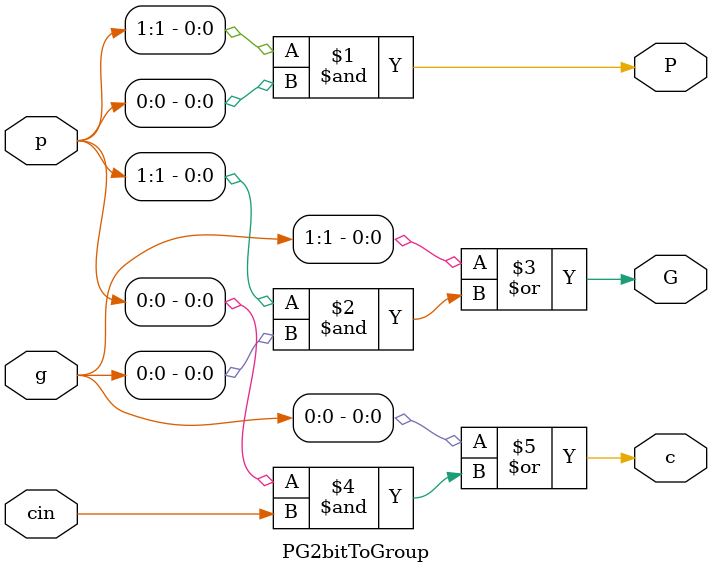
<source format=v>
module FA(a, b, cin, s, cout);
    
    input a, b, cin;
    output s, cout;

    assign s = a ^ b ^ cin;
    assign cout = (a & b) | (a & cin) | (b & cin);

endmodule


module PG2C (cin, p, g, cout);  // only use in produce cout
    
    input cin, p, g;
    output cout;

    assign cout = g | (p & cin);
    
endmodule


module FA4bitToPG(a, b, p, g);  // convert two inputs to generate and propagate
    
    input [3:0] a, b;
    output [3:0] p, g;

    assign p = a | b;
    assign g = a & b;

endmodule


module PG4bitToGroup(p, g, cin, P, G, c);  // Generate Group Propagate and Group Generate
    
    input [3:0] p, g;
    input cin;
    output P, G;
    output [3:1] c;

    assign P = p[3] & p[2] & p[1] & p[0];
    assign G = g[3] | (p[3] & g[2]) | (p[3] & p[2] & g[1]) | (p[3] & p[2] & p[1] & g[0]);
    assign c[1] = g[0] | (p[0] & cin);
    assign c[2] = g[1] | (p[1] & g[0]) | (p[1] & p[0] & cin);
    assign c[3] = g[2] | (p[2] & g[1]) | (p[2] & p[1] & g[0]) | (p[2] & p[1] & p[0] & cin);  

endmodule

module PG2bitToGroup(p, g, cin, P, G, c);  // Generate Group Propagate and Group Generate
    
    input [1:0] p, g;
    input cin;
    output P, G;
    output c;

    assign P = p[1] & p[0];
    assign G = g[1] | (p[1] & g[0]);
    assign c = g[0] | (p[0] & cin);

endmodule
</source>
